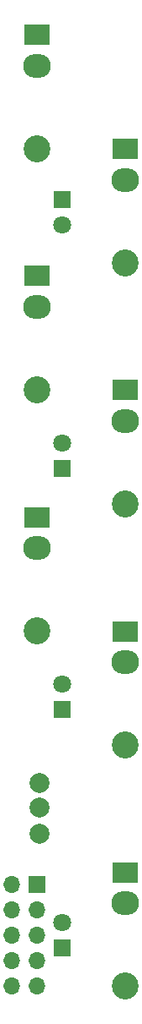
<source format=gbr>
G04 #@! TF.GenerationSoftware,KiCad,Pcbnew,(5.1.9)-1*
G04 #@! TF.CreationDate,2021-08-04T02:23:12+02:00*
G04 #@! TF.ProjectId,sequswit,73657175-7377-4697-942e-6b696361645f,rev?*
G04 #@! TF.SameCoordinates,Original*
G04 #@! TF.FileFunction,Soldermask,Top*
G04 #@! TF.FilePolarity,Negative*
%FSLAX46Y46*%
G04 Gerber Fmt 4.6, Leading zero omitted, Abs format (unit mm)*
G04 Created by KiCad (PCBNEW (5.1.9)-1) date 2021-08-04 02:23:12*
%MOMM*%
%LPD*%
G01*
G04 APERTURE LIST*
%ADD10C,2.000000*%
%ADD11O,1.700000X1.700000*%
%ADD12R,1.700000X1.700000*%
%ADD13C,1.800000*%
%ADD14R,1.800000X1.800000*%
%ADD15O,2.800000X2.350000*%
%ADD16R,2.600000X2.150000*%
%ADD17C,2.700000*%
G04 APERTURE END LIST*
D10*
G04 #@! TO.C,SW1*
X245340000Y-161290000D03*
X245340000Y-158670000D03*
X245340000Y-156210000D03*
G04 #@! TD*
D11*
G04 #@! TO.C,J8*
X242570000Y-176530000D03*
X245110000Y-176530000D03*
X242570000Y-173990000D03*
X245110000Y-173990000D03*
X242570000Y-171450000D03*
X245110000Y-171450000D03*
X242570000Y-168910000D03*
X245110000Y-168910000D03*
X242570000Y-166370000D03*
D12*
X245110000Y-166370000D03*
G04 #@! TD*
D13*
G04 #@! TO.C,D10*
X247650000Y-170180000D03*
D14*
X247650000Y-172720000D03*
G04 #@! TD*
D13*
G04 #@! TO.C,D9*
X247650000Y-146304000D03*
D14*
X247650000Y-148844000D03*
G04 #@! TD*
D13*
G04 #@! TO.C,D8*
X247650000Y-122174000D03*
D14*
X247650000Y-124714000D03*
G04 #@! TD*
D13*
G04 #@! TO.C,D7*
X247650000Y-100330000D03*
D14*
X247650000Y-97790000D03*
G04 #@! TD*
D15*
G04 #@! TO.C,J7*
X245110000Y-84380000D03*
D16*
X245110000Y-81280000D03*
D17*
X245110000Y-92680000D03*
G04 #@! TD*
D15*
G04 #@! TO.C,J6*
X245110000Y-108510000D03*
D16*
X245110000Y-105410000D03*
D17*
X245110000Y-116810000D03*
G04 #@! TD*
D15*
G04 #@! TO.C,J5*
X245110000Y-132670000D03*
D16*
X245110000Y-129570000D03*
D17*
X245110000Y-140970000D03*
G04 #@! TD*
D15*
G04 #@! TO.C,J4*
X254000000Y-168230000D03*
D16*
X254000000Y-165130000D03*
D17*
X254000000Y-176530000D03*
G04 #@! TD*
D15*
G04 #@! TO.C,J3*
X254000000Y-144100000D03*
D16*
X254000000Y-141000000D03*
D17*
X254000000Y-152400000D03*
G04 #@! TD*
D15*
G04 #@! TO.C,J2*
X254000000Y-119940000D03*
D16*
X254000000Y-116840000D03*
D17*
X254000000Y-128240000D03*
G04 #@! TD*
D15*
G04 #@! TO.C,J1*
X254000000Y-95810000D03*
D16*
X254000000Y-92710000D03*
D17*
X254000000Y-104110000D03*
G04 #@! TD*
M02*

</source>
